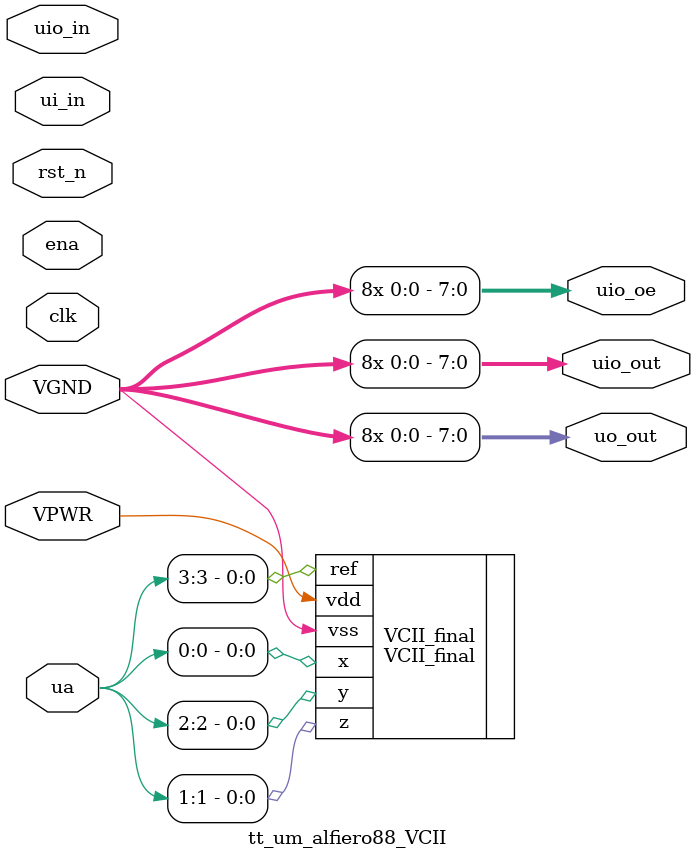
<source format=v>

`default_nettype none


module tt_um_alfiero88_VCII (
    input  wire       VGND,
    input  wire       VPWR,
    input  wire [7:0] ui_in,    // Dedicated inputs
    output wire [7:0] uo_out,   // Dedicated outputs
    input  wire [7:0] uio_in,   // IOs: Input path
    output wire [7:0] uio_out,  // IOs: Output path
    output wire [7:0] uio_oe,   // IOs: Enable path (active high: 0=input, 1=output)
    inout  wire [7:0] ua, // analog pins
    input  wire       ena,      // will go high when the design is enabled
    input  wire       clk,      // clock
    input  wire       rst_n     // reset_n - low to reset
);

	VCII_final VCII_final (
	  .vdd(VPWR),
	  .vss(VGND),
	  .z(ua[1]),
	  .y(ua[2]),
	  .ref(ua[3]),
	  .x(ua[0])
	  );
	  
	// ties for the output enables
	assign uo_out[0] = VGND;
	assign uo_out[1] = VGND;
	assign uo_out[2] = VGND;
	assign uo_out[3] = VGND;
	assign uo_out[4] = VGND;
	assign uo_out[5] = VGND;
	assign uo_out[6] = VGND;
	assign uo_out[7] = VGND;
	
	assign uio_out[0] = VGND;
	assign uio_out[1] = VGND;
	assign uio_out[2] = VGND;
	assign uio_out[3] = VGND;
	assign uio_out[4] = VGND;
	assign uio_out[5] = VGND;
	assign uio_out[6] = VGND;
	assign uio_out[7] = VGND;
	
	assign uio_oe[0] = VGND;
	assign uio_oe[1] = VGND;
	assign uio_oe[2] = VGND;
	assign uio_oe[3] = VGND;
	assign uio_oe[4] = VGND;
	assign uio_oe[5] = VGND;
	assign uio_oe[6] = VGND;
	assign uio_oe[7] = VGND;
	
endmodule

</source>
